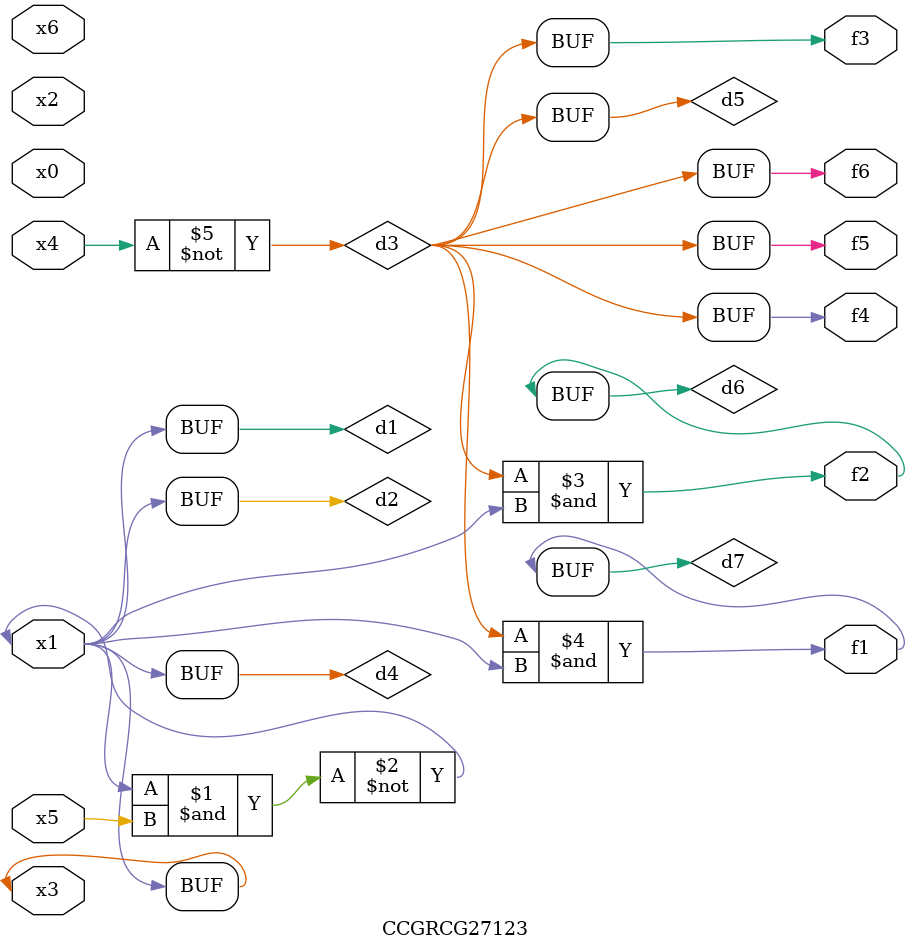
<source format=v>
module CCGRCG27123(
	input x0, x1, x2, x3, x4, x5, x6,
	output f1, f2, f3, f4, f5, f6
);

	wire d1, d2, d3, d4, d5, d6, d7;

	buf (d1, x1, x3);
	nand (d2, x1, x5);
	not (d3, x4);
	buf (d4, d1, d2);
	buf (d5, d3);
	and (d6, d3, d4);
	and (d7, d3, d4);
	assign f1 = d7;
	assign f2 = d6;
	assign f3 = d5;
	assign f4 = d5;
	assign f5 = d5;
	assign f6 = d5;
endmodule

</source>
